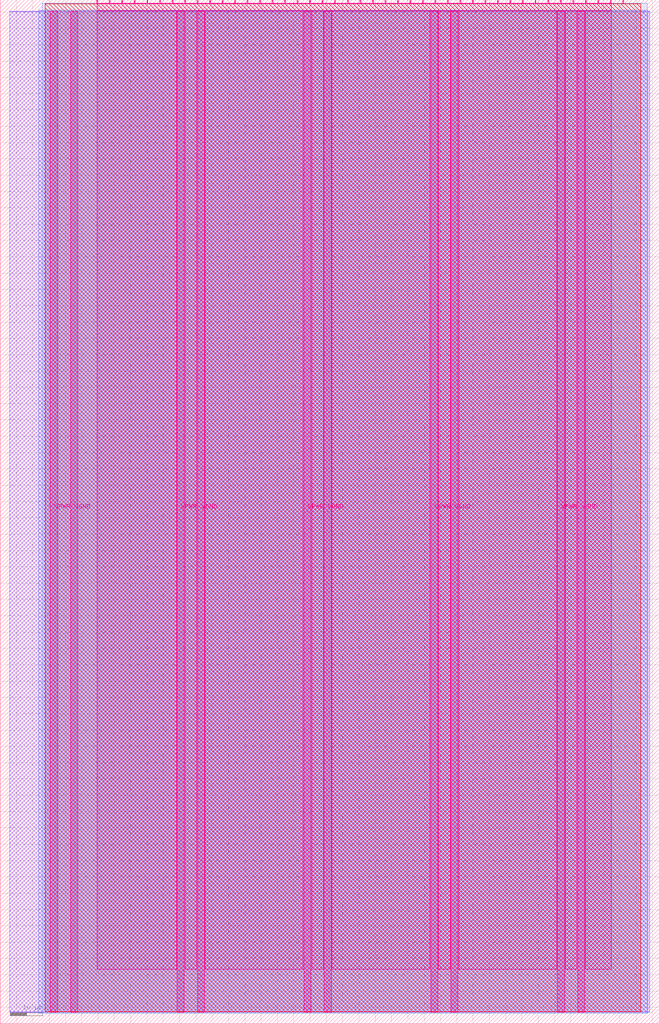
<source format=lef>
VERSION 5.7 ;
  NOWIREEXTENSIONATPIN ON ;
  DIVIDERCHAR "/" ;
  BUSBITCHARS "[]" ;
MACRO tt_um_bitty
  CLASS BLOCK ;
  FOREIGN tt_um_bitty ;
  ORIGIN 0.000 0.000 ;
  SIZE 202.080 BY 313.740 ;
  PIN VGND
    DIRECTION INOUT ;
    USE GROUND ;
    PORT
      LAYER Metal5 ;
        RECT 21.580 3.560 23.780 310.180 ;
    END
    PORT
      LAYER Metal5 ;
        RECT 60.450 3.560 62.650 310.180 ;
    END
    PORT
      LAYER Metal5 ;
        RECT 99.320 3.560 101.520 310.180 ;
    END
    PORT
      LAYER Metal5 ;
        RECT 138.190 3.560 140.390 310.180 ;
    END
    PORT
      LAYER Metal5 ;
        RECT 177.060 3.560 179.260 310.180 ;
    END
  END VGND
  PIN VPWR
    DIRECTION INOUT ;
    USE POWER ;
    PORT
      LAYER Metal5 ;
        RECT 15.380 3.560 17.580 310.180 ;
    END
    PORT
      LAYER Metal5 ;
        RECT 54.250 3.560 56.450 310.180 ;
    END
    PORT
      LAYER Metal5 ;
        RECT 93.120 3.560 95.320 310.180 ;
    END
    PORT
      LAYER Metal5 ;
        RECT 131.990 3.560 134.190 310.180 ;
    END
    PORT
      LAYER Metal5 ;
        RECT 170.860 3.560 173.060 310.180 ;
    END
  END VPWR
  PIN clk
    DIRECTION INPUT ;
    USE SIGNAL ;
    ANTENNAGATEAREA 0.213200 ;
    PORT
      LAYER Metal5 ;
        RECT 187.050 312.740 187.350 313.740 ;
    END
  END clk
  PIN ena
    DIRECTION INPUT ;
    USE SIGNAL ;
    PORT
      LAYER Metal5 ;
        RECT 190.890 312.740 191.190 313.740 ;
    END
  END ena
  PIN rst_n
    DIRECTION INPUT ;
    USE SIGNAL ;
    ANTENNAGATEAREA 0.725400 ;
    PORT
      LAYER Metal5 ;
        RECT 183.210 312.740 183.510 313.740 ;
    END
  END rst_n
  PIN ui_in[0]
    DIRECTION INPUT ;
    USE SIGNAL ;
    ANTENNAGATEAREA 0.213200 ;
    PORT
      LAYER Metal5 ;
        RECT 179.370 312.740 179.670 313.740 ;
    END
  END ui_in[0]
  PIN ui_in[1]
    DIRECTION INPUT ;
    USE SIGNAL ;
    ANTENNAGATEAREA 0.213200 ;
    PORT
      LAYER Metal5 ;
        RECT 175.530 312.740 175.830 313.740 ;
    END
  END ui_in[1]
  PIN ui_in[2]
    DIRECTION INPUT ;
    USE SIGNAL ;
    ANTENNAGATEAREA 0.213200 ;
    PORT
      LAYER Metal5 ;
        RECT 171.690 312.740 171.990 313.740 ;
    END
  END ui_in[2]
  PIN ui_in[3]
    DIRECTION INPUT ;
    USE SIGNAL ;
    PORT
      LAYER Metal5 ;
        RECT 167.850 312.740 168.150 313.740 ;
    END
  END ui_in[3]
  PIN ui_in[4]
    DIRECTION INPUT ;
    USE SIGNAL ;
    PORT
      LAYER Metal5 ;
        RECT 164.010 312.740 164.310 313.740 ;
    END
  END ui_in[4]
  PIN ui_in[5]
    DIRECTION INPUT ;
    USE SIGNAL ;
    PORT
      LAYER Metal5 ;
        RECT 160.170 312.740 160.470 313.740 ;
    END
  END ui_in[5]
  PIN ui_in[6]
    DIRECTION INPUT ;
    USE SIGNAL ;
    PORT
      LAYER Metal5 ;
        RECT 156.330 312.740 156.630 313.740 ;
    END
  END ui_in[6]
  PIN ui_in[7]
    DIRECTION INPUT ;
    USE SIGNAL ;
    PORT
      LAYER Metal5 ;
        RECT 152.490 312.740 152.790 313.740 ;
    END
  END ui_in[7]
  PIN uio_in[0]
    DIRECTION INPUT ;
    USE SIGNAL ;
    PORT
      LAYER Metal5 ;
        RECT 148.650 312.740 148.950 313.740 ;
    END
  END uio_in[0]
  PIN uio_in[1]
    DIRECTION INPUT ;
    USE SIGNAL ;
    PORT
      LAYER Metal5 ;
        RECT 144.810 312.740 145.110 313.740 ;
    END
  END uio_in[1]
  PIN uio_in[2]
    DIRECTION INPUT ;
    USE SIGNAL ;
    PORT
      LAYER Metal5 ;
        RECT 140.970 312.740 141.270 313.740 ;
    END
  END uio_in[2]
  PIN uio_in[3]
    DIRECTION INPUT ;
    USE SIGNAL ;
    PORT
      LAYER Metal5 ;
        RECT 137.130 312.740 137.430 313.740 ;
    END
  END uio_in[3]
  PIN uio_in[4]
    DIRECTION INPUT ;
    USE SIGNAL ;
    PORT
      LAYER Metal5 ;
        RECT 133.290 312.740 133.590 313.740 ;
    END
  END uio_in[4]
  PIN uio_in[5]
    DIRECTION INPUT ;
    USE SIGNAL ;
    PORT
      LAYER Metal5 ;
        RECT 129.450 312.740 129.750 313.740 ;
    END
  END uio_in[5]
  PIN uio_in[6]
    DIRECTION INPUT ;
    USE SIGNAL ;
    PORT
      LAYER Metal5 ;
        RECT 125.610 312.740 125.910 313.740 ;
    END
  END uio_in[6]
  PIN uio_in[7]
    DIRECTION INPUT ;
    USE SIGNAL ;
    PORT
      LAYER Metal5 ;
        RECT 121.770 312.740 122.070 313.740 ;
    END
  END uio_in[7]
  PIN uio_oe[0]
    DIRECTION OUTPUT ;
    USE SIGNAL ;
    ANTENNADIFFAREA 0.299200 ;
    PORT
      LAYER Metal5 ;
        RECT 56.490 312.740 56.790 313.740 ;
    END
  END uio_oe[0]
  PIN uio_oe[1]
    DIRECTION OUTPUT ;
    USE SIGNAL ;
    ANTENNADIFFAREA 0.299200 ;
    PORT
      LAYER Metal5 ;
        RECT 52.650 312.740 52.950 313.740 ;
    END
  END uio_oe[1]
  PIN uio_oe[2]
    DIRECTION OUTPUT ;
    USE SIGNAL ;
    ANTENNADIFFAREA 0.299200 ;
    PORT
      LAYER Metal5 ;
        RECT 48.810 312.740 49.110 313.740 ;
    END
  END uio_oe[2]
  PIN uio_oe[3]
    DIRECTION OUTPUT ;
    USE SIGNAL ;
    ANTENNADIFFAREA 0.299200 ;
    PORT
      LAYER Metal5 ;
        RECT 44.970 312.740 45.270 313.740 ;
    END
  END uio_oe[3]
  PIN uio_oe[4]
    DIRECTION OUTPUT ;
    USE SIGNAL ;
    ANTENNADIFFAREA 0.299200 ;
    PORT
      LAYER Metal5 ;
        RECT 41.130 312.740 41.430 313.740 ;
    END
  END uio_oe[4]
  PIN uio_oe[5]
    DIRECTION OUTPUT ;
    USE SIGNAL ;
    ANTENNADIFFAREA 0.299200 ;
    PORT
      LAYER Metal5 ;
        RECT 37.290 312.740 37.590 313.740 ;
    END
  END uio_oe[5]
  PIN uio_oe[6]
    DIRECTION OUTPUT ;
    USE SIGNAL ;
    ANTENNADIFFAREA 0.299200 ;
    PORT
      LAYER Metal5 ;
        RECT 33.450 312.740 33.750 313.740 ;
    END
  END uio_oe[6]
  PIN uio_oe[7]
    DIRECTION OUTPUT ;
    USE SIGNAL ;
    ANTENNADIFFAREA 0.299200 ;
    PORT
      LAYER Metal5 ;
        RECT 29.610 312.740 29.910 313.740 ;
    END
  END uio_oe[7]
  PIN uio_out[0]
    DIRECTION OUTPUT ;
    USE SIGNAL ;
    ANTENNADIFFAREA 0.299200 ;
    PORT
      LAYER Metal5 ;
        RECT 87.210 312.740 87.510 313.740 ;
    END
  END uio_out[0]
  PIN uio_out[1]
    DIRECTION OUTPUT ;
    USE SIGNAL ;
    ANTENNADIFFAREA 0.299200 ;
    PORT
      LAYER Metal5 ;
        RECT 83.370 312.740 83.670 313.740 ;
    END
  END uio_out[1]
  PIN uio_out[2]
    DIRECTION OUTPUT ;
    USE SIGNAL ;
    ANTENNADIFFAREA 0.299200 ;
    PORT
      LAYER Metal5 ;
        RECT 79.530 312.740 79.830 313.740 ;
    END
  END uio_out[2]
  PIN uio_out[3]
    DIRECTION OUTPUT ;
    USE SIGNAL ;
    ANTENNADIFFAREA 0.299200 ;
    PORT
      LAYER Metal5 ;
        RECT 75.690 312.740 75.990 313.740 ;
    END
  END uio_out[3]
  PIN uio_out[4]
    DIRECTION OUTPUT ;
    USE SIGNAL ;
    ANTENNADIFFAREA 0.299200 ;
    PORT
      LAYER Metal5 ;
        RECT 71.850 312.740 72.150 313.740 ;
    END
  END uio_out[4]
  PIN uio_out[5]
    DIRECTION OUTPUT ;
    USE SIGNAL ;
    ANTENNADIFFAREA 0.299200 ;
    PORT
      LAYER Metal5 ;
        RECT 68.010 312.740 68.310 313.740 ;
    END
  END uio_out[5]
  PIN uio_out[6]
    DIRECTION OUTPUT ;
    USE SIGNAL ;
    ANTENNADIFFAREA 0.299200 ;
    PORT
      LAYER Metal5 ;
        RECT 64.170 312.740 64.470 313.740 ;
    END
  END uio_out[6]
  PIN uio_out[7]
    DIRECTION OUTPUT ;
    USE SIGNAL ;
    ANTENNADIFFAREA 0.299200 ;
    PORT
      LAYER Metal5 ;
        RECT 60.330 312.740 60.630 313.740 ;
    END
  END uio_out[7]
  PIN uo_out[0]
    DIRECTION OUTPUT ;
    USE SIGNAL ;
    ANTENNADIFFAREA 0.654800 ;
    PORT
      LAYER Metal5 ;
        RECT 117.930 312.740 118.230 313.740 ;
    END
  END uo_out[0]
  PIN uo_out[1]
    DIRECTION OUTPUT ;
    USE SIGNAL ;
    ANTENNADIFFAREA 0.299200 ;
    PORT
      LAYER Metal5 ;
        RECT 114.090 312.740 114.390 313.740 ;
    END
  END uo_out[1]
  PIN uo_out[2]
    DIRECTION OUTPUT ;
    USE SIGNAL ;
    ANTENNADIFFAREA 0.299200 ;
    PORT
      LAYER Metal5 ;
        RECT 110.250 312.740 110.550 313.740 ;
    END
  END uo_out[2]
  PIN uo_out[3]
    DIRECTION OUTPUT ;
    USE SIGNAL ;
    ANTENNADIFFAREA 0.299200 ;
    PORT
      LAYER Metal5 ;
        RECT 106.410 312.740 106.710 313.740 ;
    END
  END uo_out[3]
  PIN uo_out[4]
    DIRECTION OUTPUT ;
    USE SIGNAL ;
    ANTENNADIFFAREA 0.299200 ;
    PORT
      LAYER Metal5 ;
        RECT 102.570 312.740 102.870 313.740 ;
    END
  END uo_out[4]
  PIN uo_out[5]
    DIRECTION OUTPUT ;
    USE SIGNAL ;
    ANTENNADIFFAREA 0.299200 ;
    PORT
      LAYER Metal5 ;
        RECT 98.730 312.740 99.030 313.740 ;
    END
  END uo_out[5]
  PIN uo_out[6]
    DIRECTION OUTPUT ;
    USE SIGNAL ;
    ANTENNADIFFAREA 0.299200 ;
    PORT
      LAYER Metal5 ;
        RECT 94.890 312.740 95.190 313.740 ;
    END
  END uo_out[6]
  PIN uo_out[7]
    DIRECTION OUTPUT ;
    USE SIGNAL ;
    ANTENNADIFFAREA 0.299200 ;
    PORT
      LAYER Metal5 ;
        RECT 91.050 312.740 91.350 313.740 ;
    END
  END uo_out[7]
  OBS
      LAYER GatPoly ;
        RECT 2.880 3.630 199.200 310.110 ;
      LAYER Metal1 ;
        RECT 2.880 3.560 199.200 310.180 ;
      LAYER Metal2 ;
        RECT 11.855 3.260 198.515 310.480 ;
      LAYER Metal3 ;
        RECT 12.860 3.215 198.340 312.625 ;
      LAYER Metal4 ;
        RECT 13.775 3.680 196.465 312.580 ;
      LAYER Metal5 ;
        RECT 30.120 312.530 33.240 312.740 ;
        RECT 33.960 312.530 37.080 312.740 ;
        RECT 37.800 312.530 40.920 312.740 ;
        RECT 41.640 312.530 44.760 312.740 ;
        RECT 45.480 312.530 48.600 312.740 ;
        RECT 49.320 312.530 52.440 312.740 ;
        RECT 53.160 312.530 56.280 312.740 ;
        RECT 57.000 312.530 60.120 312.740 ;
        RECT 60.840 312.530 63.960 312.740 ;
        RECT 64.680 312.530 67.800 312.740 ;
        RECT 68.520 312.530 71.640 312.740 ;
        RECT 72.360 312.530 75.480 312.740 ;
        RECT 76.200 312.530 79.320 312.740 ;
        RECT 80.040 312.530 83.160 312.740 ;
        RECT 83.880 312.530 87.000 312.740 ;
        RECT 87.720 312.530 90.840 312.740 ;
        RECT 91.560 312.530 94.680 312.740 ;
        RECT 95.400 312.530 98.520 312.740 ;
        RECT 99.240 312.530 102.360 312.740 ;
        RECT 103.080 312.530 106.200 312.740 ;
        RECT 106.920 312.530 110.040 312.740 ;
        RECT 110.760 312.530 113.880 312.740 ;
        RECT 114.600 312.530 117.720 312.740 ;
        RECT 118.440 312.530 121.560 312.740 ;
        RECT 122.280 312.530 125.400 312.740 ;
        RECT 126.120 312.530 129.240 312.740 ;
        RECT 129.960 312.530 133.080 312.740 ;
        RECT 133.800 312.530 136.920 312.740 ;
        RECT 137.640 312.530 140.760 312.740 ;
        RECT 141.480 312.530 144.600 312.740 ;
        RECT 145.320 312.530 148.440 312.740 ;
        RECT 149.160 312.530 152.280 312.740 ;
        RECT 153.000 312.530 156.120 312.740 ;
        RECT 156.840 312.530 159.960 312.740 ;
        RECT 160.680 312.530 163.800 312.740 ;
        RECT 164.520 312.530 167.640 312.740 ;
        RECT 168.360 312.530 171.480 312.740 ;
        RECT 172.200 312.530 175.320 312.740 ;
        RECT 176.040 312.530 179.160 312.740 ;
        RECT 179.880 312.530 183.000 312.740 ;
        RECT 183.720 312.530 186.840 312.740 ;
        RECT 29.660 310.390 187.300 312.530 ;
        RECT 29.660 16.655 54.040 310.390 ;
        RECT 56.660 16.655 60.240 310.390 ;
        RECT 62.860 16.655 92.910 310.390 ;
        RECT 95.530 16.655 99.110 310.390 ;
        RECT 101.730 16.655 131.780 310.390 ;
        RECT 134.400 16.655 137.980 310.390 ;
        RECT 140.600 16.655 170.650 310.390 ;
        RECT 173.270 16.655 176.850 310.390 ;
        RECT 179.470 16.655 187.300 310.390 ;
  END
END tt_um_bitty
END LIBRARY


</source>
